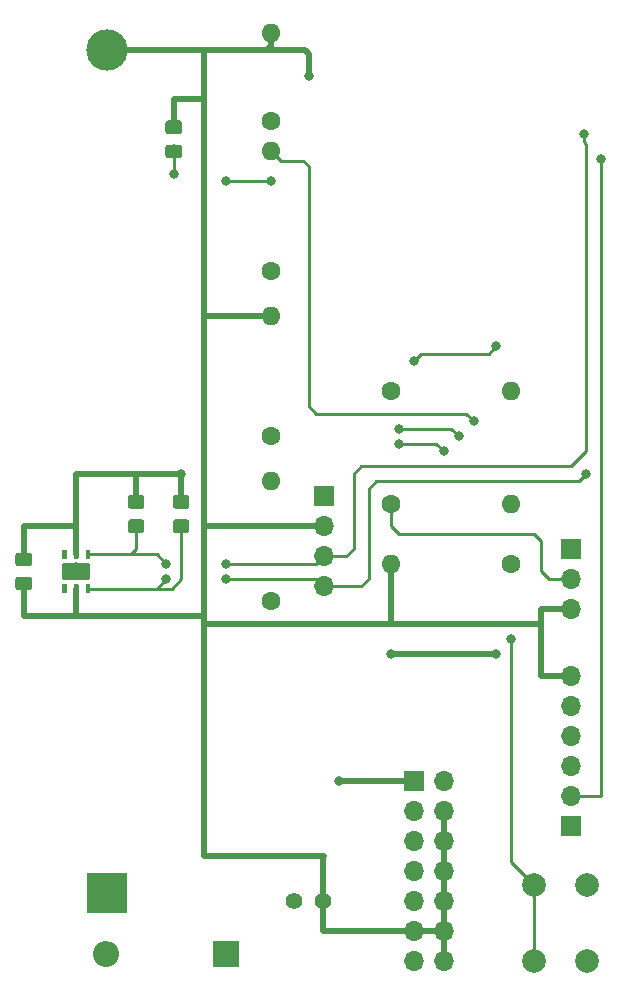
<source format=gbl>
G04 #@! TF.GenerationSoftware,KiCad,Pcbnew,(5.0.0-3-g5ebb6b6)*
G04 #@! TF.CreationDate,2018-08-01T17:04:44+02:00*
G04 #@! TF.ProjectId,esp32-sensornode,65737033322D73656E736F726E6F6465,rev?*
G04 #@! TF.SameCoordinates,Original*
G04 #@! TF.FileFunction,Copper,L2,Bot,Signal*
G04 #@! TF.FilePolarity,Positive*
%FSLAX46Y46*%
G04 Gerber Fmt 4.6, Leading zero omitted, Abs format (unit mm)*
G04 Created by KiCad (PCBNEW (5.0.0-3-g5ebb6b6)) date Wednesday, 01. August 2018 um 17:04:44*
%MOMM*%
%LPD*%
G01*
G04 APERTURE LIST*
G04 #@! TA.AperFunction,ComponentPad*
%ADD10C,3.500000*%
G04 #@! TD*
G04 #@! TA.AperFunction,ComponentPad*
%ADD11R,3.500000X3.500000*%
G04 #@! TD*
G04 #@! TA.AperFunction,ComponentPad*
%ADD12C,1.600000*%
G04 #@! TD*
G04 #@! TA.AperFunction,ComponentPad*
%ADD13O,1.600000X1.600000*%
G04 #@! TD*
G04 #@! TA.AperFunction,ComponentPad*
%ADD14C,1.400000*%
G04 #@! TD*
G04 #@! TA.AperFunction,ComponentPad*
%ADD15R,2.200000X2.200000*%
G04 #@! TD*
G04 #@! TA.AperFunction,ComponentPad*
%ADD16O,2.200000X2.200000*%
G04 #@! TD*
G04 #@! TA.AperFunction,ComponentPad*
%ADD17R,1.700000X1.700000*%
G04 #@! TD*
G04 #@! TA.AperFunction,ComponentPad*
%ADD18O,1.700000X1.700000*%
G04 #@! TD*
G04 #@! TA.AperFunction,Conductor*
%ADD19C,0.100000*%
G04 #@! TD*
G04 #@! TA.AperFunction,SMDPad,CuDef*
%ADD20C,1.500000*%
G04 #@! TD*
G04 #@! TA.AperFunction,SMDPad,CuDef*
%ADD21C,0.400000*%
G04 #@! TD*
G04 #@! TA.AperFunction,ComponentPad*
%ADD22C,2.000000*%
G04 #@! TD*
G04 #@! TA.AperFunction,SMDPad,CuDef*
%ADD23C,1.150000*%
G04 #@! TD*
G04 #@! TA.AperFunction,ViaPad*
%ADD24C,0.800000*%
G04 #@! TD*
G04 #@! TA.AperFunction,Conductor*
%ADD25C,0.500000*%
G04 #@! TD*
G04 #@! TA.AperFunction,Conductor*
%ADD26C,0.250000*%
G04 #@! TD*
G04 APERTURE END LIST*
D10*
G04 #@! TO.P,BT1,2*
G04 #@! TO.N,GND*
X189280000Y-53650000D03*
D11*
G04 #@! TO.P,BT1,1*
G04 #@! TO.N,Net-(BT1-Pad1)*
X189280000Y-125050000D03*
G04 #@! TD*
D12*
G04 #@! TO.P,C1,1*
G04 #@! TO.N,Net-(C1-Pad1)*
X203200000Y-59690000D03*
D13*
G04 #@! TO.P,C1,2*
G04 #@! TO.N,GND*
X203200000Y-52190000D03*
G04 #@! TD*
D14*
G04 #@! TO.P,C3,1*
G04 #@! TO.N,VCC*
X205105000Y-125730000D03*
G04 #@! TO.P,C3,2*
G04 #@! TO.N,GND*
X207605000Y-125730000D03*
G04 #@! TD*
D15*
G04 #@! TO.P,D1,1*
G04 #@! TO.N,VCC*
X199390000Y-130175000D03*
D16*
G04 #@! TO.P,D1,2*
G04 #@! TO.N,Net-(BT1-Pad1)*
X189230000Y-130175000D03*
G04 #@! TD*
D17*
G04 #@! TO.P,J2,1*
G04 #@! TO.N,Net-(J2-Pad1)*
X228600000Y-119380000D03*
D18*
G04 #@! TO.P,J2,2*
G04 #@! TO.N,/TX*
X228600000Y-116840000D03*
G04 #@! TO.P,J2,3*
G04 #@! TO.N,/RX*
X228600000Y-114300000D03*
G04 #@! TO.P,J2,4*
G04 #@! TO.N,Net-(J2-Pad4)*
X228600000Y-111760000D03*
G04 #@! TO.P,J2,5*
G04 #@! TO.N,Net-(J2-Pad5)*
X228600000Y-109220000D03*
G04 #@! TO.P,J2,6*
G04 #@! TO.N,GND*
X228600000Y-106680000D03*
G04 #@! TD*
D17*
G04 #@! TO.P,J3,1*
G04 #@! TO.N,VCC*
X207645000Y-91440000D03*
D18*
G04 #@! TO.P,J3,2*
G04 #@! TO.N,GND*
X207645000Y-93980000D03*
G04 #@! TO.P,J3,3*
G04 #@! TO.N,SCL*
X207645000Y-96520000D03*
G04 #@! TO.P,J3,4*
G04 #@! TO.N,SDA*
X207645000Y-99060000D03*
G04 #@! TD*
D17*
G04 #@! TO.P,J4,1*
G04 #@! TO.N,VCC*
X228600000Y-95885000D03*
D18*
G04 #@! TO.P,J4,2*
G04 #@! TO.N,Net-(J4-Pad2)*
X228600000Y-98425000D03*
G04 #@! TO.P,J4,3*
G04 #@! TO.N,GND*
X228600000Y-100965000D03*
G04 #@! TD*
D12*
G04 #@! TO.P,R1,1*
G04 #@! TO.N,VCC*
X203200000Y-72390000D03*
D13*
G04 #@! TO.P,R1,2*
G04 #@! TO.N,Net-(C1-Pad1)*
X203200000Y-62230000D03*
G04 #@! TD*
G04 #@! TO.P,R2,2*
G04 #@! TO.N,Net-(R2-Pad2)*
X223520000Y-82550000D03*
D12*
G04 #@! TO.P,R2,1*
G04 #@! TO.N,GND*
X213360000Y-82550000D03*
G04 #@! TD*
D13*
G04 #@! TO.P,R3,2*
G04 #@! TO.N,/BOOT*
X223520000Y-92075000D03*
D12*
G04 #@! TO.P,R3,1*
G04 #@! TO.N,Net-(J4-Pad2)*
X213360000Y-92075000D03*
G04 #@! TD*
G04 #@! TO.P,R6,1*
G04 #@! TO.N,VCC*
X203200000Y-100330000D03*
D13*
G04 #@! TO.P,R6,2*
G04 #@! TO.N,VCC_SENS*
X203200000Y-90170000D03*
G04 #@! TD*
D12*
G04 #@! TO.P,R7,1*
G04 #@! TO.N,VCC_SENS*
X203200000Y-86360000D03*
D13*
G04 #@! TO.P,R7,2*
G04 #@! TO.N,GND*
X203200000Y-76200000D03*
G04 #@! TD*
D19*
G04 #@! TO.N,Net-(U2-Pad7)*
G04 #@! TO.C,U2*
G36*
X187664504Y-97041204D02*
X187688773Y-97044804D01*
X187712571Y-97050765D01*
X187735671Y-97059030D01*
X187757849Y-97069520D01*
X187778893Y-97082133D01*
X187798598Y-97096747D01*
X187816777Y-97113223D01*
X187833253Y-97131402D01*
X187847867Y-97151107D01*
X187860480Y-97172151D01*
X187870970Y-97194329D01*
X187879235Y-97217429D01*
X187885196Y-97241227D01*
X187888796Y-97265496D01*
X187890000Y-97290000D01*
X187890000Y-98290000D01*
X187888796Y-98314504D01*
X187885196Y-98338773D01*
X187879235Y-98362571D01*
X187870970Y-98385671D01*
X187860480Y-98407849D01*
X187847867Y-98428893D01*
X187833253Y-98448598D01*
X187816777Y-98466777D01*
X187798598Y-98483253D01*
X187778893Y-98497867D01*
X187757849Y-98510480D01*
X187735671Y-98520970D01*
X187712571Y-98529235D01*
X187688773Y-98535196D01*
X187664504Y-98538796D01*
X187640000Y-98540000D01*
X185740000Y-98540000D01*
X185715496Y-98538796D01*
X185691227Y-98535196D01*
X185667429Y-98529235D01*
X185644329Y-98520970D01*
X185622151Y-98510480D01*
X185601107Y-98497867D01*
X185581402Y-98483253D01*
X185563223Y-98466777D01*
X185546747Y-98448598D01*
X185532133Y-98428893D01*
X185519520Y-98407849D01*
X185509030Y-98385671D01*
X185500765Y-98362571D01*
X185494804Y-98338773D01*
X185491204Y-98314504D01*
X185490000Y-98290000D01*
X185490000Y-97290000D01*
X185491204Y-97265496D01*
X185494804Y-97241227D01*
X185500765Y-97217429D01*
X185509030Y-97194329D01*
X185519520Y-97172151D01*
X185532133Y-97151107D01*
X185546747Y-97131402D01*
X185563223Y-97113223D01*
X185581402Y-97096747D01*
X185601107Y-97082133D01*
X185622151Y-97069520D01*
X185644329Y-97059030D01*
X185667429Y-97050765D01*
X185691227Y-97044804D01*
X185715496Y-97041204D01*
X185740000Y-97040000D01*
X187640000Y-97040000D01*
X187664504Y-97041204D01*
X187664504Y-97041204D01*
G37*
D20*
G04 #@! TD*
G04 #@! TO.P,U2,7*
G04 #@! TO.N,Net-(U2-Pad7)*
X186690000Y-97790000D03*
D19*
G04 #@! TO.N,SDA*
G04 #@! TO.C,U2*
G36*
X187799802Y-98840482D02*
X187809509Y-98841921D01*
X187819028Y-98844306D01*
X187828268Y-98847612D01*
X187837140Y-98851808D01*
X187845557Y-98856853D01*
X187853439Y-98862699D01*
X187860711Y-98869289D01*
X187867301Y-98876561D01*
X187873147Y-98884443D01*
X187878192Y-98892860D01*
X187882388Y-98901732D01*
X187885694Y-98910972D01*
X187888079Y-98920491D01*
X187889518Y-98930198D01*
X187890000Y-98940000D01*
X187890000Y-99540000D01*
X187889518Y-99549802D01*
X187888079Y-99559509D01*
X187885694Y-99569028D01*
X187882388Y-99578268D01*
X187878192Y-99587140D01*
X187873147Y-99595557D01*
X187867301Y-99603439D01*
X187860711Y-99610711D01*
X187853439Y-99617301D01*
X187845557Y-99623147D01*
X187837140Y-99628192D01*
X187828268Y-99632388D01*
X187819028Y-99635694D01*
X187809509Y-99638079D01*
X187799802Y-99639518D01*
X187790000Y-99640000D01*
X187590000Y-99640000D01*
X187580198Y-99639518D01*
X187570491Y-99638079D01*
X187560972Y-99635694D01*
X187551732Y-99632388D01*
X187542860Y-99628192D01*
X187534443Y-99623147D01*
X187526561Y-99617301D01*
X187519289Y-99610711D01*
X187512699Y-99603439D01*
X187506853Y-99595557D01*
X187501808Y-99587140D01*
X187497612Y-99578268D01*
X187494306Y-99569028D01*
X187491921Y-99559509D01*
X187490482Y-99549802D01*
X187490000Y-99540000D01*
X187490000Y-98940000D01*
X187490482Y-98930198D01*
X187491921Y-98920491D01*
X187494306Y-98910972D01*
X187497612Y-98901732D01*
X187501808Y-98892860D01*
X187506853Y-98884443D01*
X187512699Y-98876561D01*
X187519289Y-98869289D01*
X187526561Y-98862699D01*
X187534443Y-98856853D01*
X187542860Y-98851808D01*
X187551732Y-98847612D01*
X187560972Y-98844306D01*
X187570491Y-98841921D01*
X187580198Y-98840482D01*
X187590000Y-98840000D01*
X187790000Y-98840000D01*
X187799802Y-98840482D01*
X187799802Y-98840482D01*
G37*
D21*
G04 #@! TD*
G04 #@! TO.P,U2,1*
G04 #@! TO.N,SDA*
X187690000Y-99240000D03*
D19*
G04 #@! TO.N,GND*
G04 #@! TO.C,U2*
G36*
X186799802Y-98840482D02*
X186809509Y-98841921D01*
X186819028Y-98844306D01*
X186828268Y-98847612D01*
X186837140Y-98851808D01*
X186845557Y-98856853D01*
X186853439Y-98862699D01*
X186860711Y-98869289D01*
X186867301Y-98876561D01*
X186873147Y-98884443D01*
X186878192Y-98892860D01*
X186882388Y-98901732D01*
X186885694Y-98910972D01*
X186888079Y-98920491D01*
X186889518Y-98930198D01*
X186890000Y-98940000D01*
X186890000Y-99540000D01*
X186889518Y-99549802D01*
X186888079Y-99559509D01*
X186885694Y-99569028D01*
X186882388Y-99578268D01*
X186878192Y-99587140D01*
X186873147Y-99595557D01*
X186867301Y-99603439D01*
X186860711Y-99610711D01*
X186853439Y-99617301D01*
X186845557Y-99623147D01*
X186837140Y-99628192D01*
X186828268Y-99632388D01*
X186819028Y-99635694D01*
X186809509Y-99638079D01*
X186799802Y-99639518D01*
X186790000Y-99640000D01*
X186590000Y-99640000D01*
X186580198Y-99639518D01*
X186570491Y-99638079D01*
X186560972Y-99635694D01*
X186551732Y-99632388D01*
X186542860Y-99628192D01*
X186534443Y-99623147D01*
X186526561Y-99617301D01*
X186519289Y-99610711D01*
X186512699Y-99603439D01*
X186506853Y-99595557D01*
X186501808Y-99587140D01*
X186497612Y-99578268D01*
X186494306Y-99569028D01*
X186491921Y-99559509D01*
X186490482Y-99549802D01*
X186490000Y-99540000D01*
X186490000Y-98940000D01*
X186490482Y-98930198D01*
X186491921Y-98920491D01*
X186494306Y-98910972D01*
X186497612Y-98901732D01*
X186501808Y-98892860D01*
X186506853Y-98884443D01*
X186512699Y-98876561D01*
X186519289Y-98869289D01*
X186526561Y-98862699D01*
X186534443Y-98856853D01*
X186542860Y-98851808D01*
X186551732Y-98847612D01*
X186560972Y-98844306D01*
X186570491Y-98841921D01*
X186580198Y-98840482D01*
X186590000Y-98840000D01*
X186790000Y-98840000D01*
X186799802Y-98840482D01*
X186799802Y-98840482D01*
G37*
D21*
G04 #@! TD*
G04 #@! TO.P,U2,2*
G04 #@! TO.N,GND*
X186690000Y-99240000D03*
D19*
G04 #@! TO.N,Net-(U2-Pad3)*
G04 #@! TO.C,U2*
G36*
X185799802Y-98840482D02*
X185809509Y-98841921D01*
X185819028Y-98844306D01*
X185828268Y-98847612D01*
X185837140Y-98851808D01*
X185845557Y-98856853D01*
X185853439Y-98862699D01*
X185860711Y-98869289D01*
X185867301Y-98876561D01*
X185873147Y-98884443D01*
X185878192Y-98892860D01*
X185882388Y-98901732D01*
X185885694Y-98910972D01*
X185888079Y-98920491D01*
X185889518Y-98930198D01*
X185890000Y-98940000D01*
X185890000Y-99540000D01*
X185889518Y-99549802D01*
X185888079Y-99559509D01*
X185885694Y-99569028D01*
X185882388Y-99578268D01*
X185878192Y-99587140D01*
X185873147Y-99595557D01*
X185867301Y-99603439D01*
X185860711Y-99610711D01*
X185853439Y-99617301D01*
X185845557Y-99623147D01*
X185837140Y-99628192D01*
X185828268Y-99632388D01*
X185819028Y-99635694D01*
X185809509Y-99638079D01*
X185799802Y-99639518D01*
X185790000Y-99640000D01*
X185590000Y-99640000D01*
X185580198Y-99639518D01*
X185570491Y-99638079D01*
X185560972Y-99635694D01*
X185551732Y-99632388D01*
X185542860Y-99628192D01*
X185534443Y-99623147D01*
X185526561Y-99617301D01*
X185519289Y-99610711D01*
X185512699Y-99603439D01*
X185506853Y-99595557D01*
X185501808Y-99587140D01*
X185497612Y-99578268D01*
X185494306Y-99569028D01*
X185491921Y-99559509D01*
X185490482Y-99549802D01*
X185490000Y-99540000D01*
X185490000Y-98940000D01*
X185490482Y-98930198D01*
X185491921Y-98920491D01*
X185494306Y-98910972D01*
X185497612Y-98901732D01*
X185501808Y-98892860D01*
X185506853Y-98884443D01*
X185512699Y-98876561D01*
X185519289Y-98869289D01*
X185526561Y-98862699D01*
X185534443Y-98856853D01*
X185542860Y-98851808D01*
X185551732Y-98847612D01*
X185560972Y-98844306D01*
X185570491Y-98841921D01*
X185580198Y-98840482D01*
X185590000Y-98840000D01*
X185790000Y-98840000D01*
X185799802Y-98840482D01*
X185799802Y-98840482D01*
G37*
D21*
G04 #@! TD*
G04 #@! TO.P,U2,3*
G04 #@! TO.N,Net-(U2-Pad3)*
X185690000Y-99240000D03*
D19*
G04 #@! TO.N,Net-(U2-Pad4)*
G04 #@! TO.C,U2*
G36*
X185799802Y-95940482D02*
X185809509Y-95941921D01*
X185819028Y-95944306D01*
X185828268Y-95947612D01*
X185837140Y-95951808D01*
X185845557Y-95956853D01*
X185853439Y-95962699D01*
X185860711Y-95969289D01*
X185867301Y-95976561D01*
X185873147Y-95984443D01*
X185878192Y-95992860D01*
X185882388Y-96001732D01*
X185885694Y-96010972D01*
X185888079Y-96020491D01*
X185889518Y-96030198D01*
X185890000Y-96040000D01*
X185890000Y-96640000D01*
X185889518Y-96649802D01*
X185888079Y-96659509D01*
X185885694Y-96669028D01*
X185882388Y-96678268D01*
X185878192Y-96687140D01*
X185873147Y-96695557D01*
X185867301Y-96703439D01*
X185860711Y-96710711D01*
X185853439Y-96717301D01*
X185845557Y-96723147D01*
X185837140Y-96728192D01*
X185828268Y-96732388D01*
X185819028Y-96735694D01*
X185809509Y-96738079D01*
X185799802Y-96739518D01*
X185790000Y-96740000D01*
X185590000Y-96740000D01*
X185580198Y-96739518D01*
X185570491Y-96738079D01*
X185560972Y-96735694D01*
X185551732Y-96732388D01*
X185542860Y-96728192D01*
X185534443Y-96723147D01*
X185526561Y-96717301D01*
X185519289Y-96710711D01*
X185512699Y-96703439D01*
X185506853Y-96695557D01*
X185501808Y-96687140D01*
X185497612Y-96678268D01*
X185494306Y-96669028D01*
X185491921Y-96659509D01*
X185490482Y-96649802D01*
X185490000Y-96640000D01*
X185490000Y-96040000D01*
X185490482Y-96030198D01*
X185491921Y-96020491D01*
X185494306Y-96010972D01*
X185497612Y-96001732D01*
X185501808Y-95992860D01*
X185506853Y-95984443D01*
X185512699Y-95976561D01*
X185519289Y-95969289D01*
X185526561Y-95962699D01*
X185534443Y-95956853D01*
X185542860Y-95951808D01*
X185551732Y-95947612D01*
X185560972Y-95944306D01*
X185570491Y-95941921D01*
X185580198Y-95940482D01*
X185590000Y-95940000D01*
X185790000Y-95940000D01*
X185799802Y-95940482D01*
X185799802Y-95940482D01*
G37*
D21*
G04 #@! TD*
G04 #@! TO.P,U2,4*
G04 #@! TO.N,Net-(U2-Pad4)*
X185690000Y-96340000D03*
D19*
G04 #@! TO.N,VCC*
G04 #@! TO.C,U2*
G36*
X186799802Y-95940482D02*
X186809509Y-95941921D01*
X186819028Y-95944306D01*
X186828268Y-95947612D01*
X186837140Y-95951808D01*
X186845557Y-95956853D01*
X186853439Y-95962699D01*
X186860711Y-95969289D01*
X186867301Y-95976561D01*
X186873147Y-95984443D01*
X186878192Y-95992860D01*
X186882388Y-96001732D01*
X186885694Y-96010972D01*
X186888079Y-96020491D01*
X186889518Y-96030198D01*
X186890000Y-96040000D01*
X186890000Y-96640000D01*
X186889518Y-96649802D01*
X186888079Y-96659509D01*
X186885694Y-96669028D01*
X186882388Y-96678268D01*
X186878192Y-96687140D01*
X186873147Y-96695557D01*
X186867301Y-96703439D01*
X186860711Y-96710711D01*
X186853439Y-96717301D01*
X186845557Y-96723147D01*
X186837140Y-96728192D01*
X186828268Y-96732388D01*
X186819028Y-96735694D01*
X186809509Y-96738079D01*
X186799802Y-96739518D01*
X186790000Y-96740000D01*
X186590000Y-96740000D01*
X186580198Y-96739518D01*
X186570491Y-96738079D01*
X186560972Y-96735694D01*
X186551732Y-96732388D01*
X186542860Y-96728192D01*
X186534443Y-96723147D01*
X186526561Y-96717301D01*
X186519289Y-96710711D01*
X186512699Y-96703439D01*
X186506853Y-96695557D01*
X186501808Y-96687140D01*
X186497612Y-96678268D01*
X186494306Y-96669028D01*
X186491921Y-96659509D01*
X186490482Y-96649802D01*
X186490000Y-96640000D01*
X186490000Y-96040000D01*
X186490482Y-96030198D01*
X186491921Y-96020491D01*
X186494306Y-96010972D01*
X186497612Y-96001732D01*
X186501808Y-95992860D01*
X186506853Y-95984443D01*
X186512699Y-95976561D01*
X186519289Y-95969289D01*
X186526561Y-95962699D01*
X186534443Y-95956853D01*
X186542860Y-95951808D01*
X186551732Y-95947612D01*
X186560972Y-95944306D01*
X186570491Y-95941921D01*
X186580198Y-95940482D01*
X186590000Y-95940000D01*
X186790000Y-95940000D01*
X186799802Y-95940482D01*
X186799802Y-95940482D01*
G37*
D21*
G04 #@! TD*
G04 #@! TO.P,U2,5*
G04 #@! TO.N,VCC*
X186690000Y-96340000D03*
D19*
G04 #@! TO.N,SCL*
G04 #@! TO.C,U2*
G36*
X187799802Y-95940482D02*
X187809509Y-95941921D01*
X187819028Y-95944306D01*
X187828268Y-95947612D01*
X187837140Y-95951808D01*
X187845557Y-95956853D01*
X187853439Y-95962699D01*
X187860711Y-95969289D01*
X187867301Y-95976561D01*
X187873147Y-95984443D01*
X187878192Y-95992860D01*
X187882388Y-96001732D01*
X187885694Y-96010972D01*
X187888079Y-96020491D01*
X187889518Y-96030198D01*
X187890000Y-96040000D01*
X187890000Y-96640000D01*
X187889518Y-96649802D01*
X187888079Y-96659509D01*
X187885694Y-96669028D01*
X187882388Y-96678268D01*
X187878192Y-96687140D01*
X187873147Y-96695557D01*
X187867301Y-96703439D01*
X187860711Y-96710711D01*
X187853439Y-96717301D01*
X187845557Y-96723147D01*
X187837140Y-96728192D01*
X187828268Y-96732388D01*
X187819028Y-96735694D01*
X187809509Y-96738079D01*
X187799802Y-96739518D01*
X187790000Y-96740000D01*
X187590000Y-96740000D01*
X187580198Y-96739518D01*
X187570491Y-96738079D01*
X187560972Y-96735694D01*
X187551732Y-96732388D01*
X187542860Y-96728192D01*
X187534443Y-96723147D01*
X187526561Y-96717301D01*
X187519289Y-96710711D01*
X187512699Y-96703439D01*
X187506853Y-96695557D01*
X187501808Y-96687140D01*
X187497612Y-96678268D01*
X187494306Y-96669028D01*
X187491921Y-96659509D01*
X187490482Y-96649802D01*
X187490000Y-96640000D01*
X187490000Y-96040000D01*
X187490482Y-96030198D01*
X187491921Y-96020491D01*
X187494306Y-96010972D01*
X187497612Y-96001732D01*
X187501808Y-95992860D01*
X187506853Y-95984443D01*
X187512699Y-95976561D01*
X187519289Y-95969289D01*
X187526561Y-95962699D01*
X187534443Y-95956853D01*
X187542860Y-95951808D01*
X187551732Y-95947612D01*
X187560972Y-95944306D01*
X187570491Y-95941921D01*
X187580198Y-95940482D01*
X187590000Y-95940000D01*
X187790000Y-95940000D01*
X187799802Y-95940482D01*
X187799802Y-95940482D01*
G37*
D21*
G04 #@! TD*
G04 #@! TO.P,U2,6*
G04 #@! TO.N,SCL*
X187690000Y-96340000D03*
D22*
G04 #@! TO.P,SW1,2*
G04 #@! TO.N,Net-(C1-Pad1)*
X229925000Y-130810000D03*
G04 #@! TO.P,SW1,1*
G04 #@! TO.N,Net-(R8-Pad1)*
X225425000Y-130810000D03*
G04 #@! TO.P,SW1,2*
G04 #@! TO.N,Net-(C1-Pad1)*
X229925000Y-124310000D03*
G04 #@! TO.P,SW1,1*
G04 #@! TO.N,Net-(R8-Pad1)*
X225425000Y-124310000D03*
G04 #@! TD*
D12*
G04 #@! TO.P,R8,1*
G04 #@! TO.N,Net-(R8-Pad1)*
X223520000Y-97155000D03*
D13*
G04 #@! TO.P,R8,2*
G04 #@! TO.N,GND*
X213360000Y-97155000D03*
G04 #@! TD*
D19*
G04 #@! TO.N,VCC_SENS*
G04 #@! TO.C,C4*
G36*
X195419505Y-61656204D02*
X195443773Y-61659804D01*
X195467572Y-61665765D01*
X195490671Y-61674030D01*
X195512850Y-61684520D01*
X195533893Y-61697132D01*
X195553599Y-61711747D01*
X195571777Y-61728223D01*
X195588253Y-61746401D01*
X195602868Y-61766107D01*
X195615480Y-61787150D01*
X195625970Y-61809329D01*
X195634235Y-61832428D01*
X195640196Y-61856227D01*
X195643796Y-61880495D01*
X195645000Y-61904999D01*
X195645000Y-62555001D01*
X195643796Y-62579505D01*
X195640196Y-62603773D01*
X195634235Y-62627572D01*
X195625970Y-62650671D01*
X195615480Y-62672850D01*
X195602868Y-62693893D01*
X195588253Y-62713599D01*
X195571777Y-62731777D01*
X195553599Y-62748253D01*
X195533893Y-62762868D01*
X195512850Y-62775480D01*
X195490671Y-62785970D01*
X195467572Y-62794235D01*
X195443773Y-62800196D01*
X195419505Y-62803796D01*
X195395001Y-62805000D01*
X194494999Y-62805000D01*
X194470495Y-62803796D01*
X194446227Y-62800196D01*
X194422428Y-62794235D01*
X194399329Y-62785970D01*
X194377150Y-62775480D01*
X194356107Y-62762868D01*
X194336401Y-62748253D01*
X194318223Y-62731777D01*
X194301747Y-62713599D01*
X194287132Y-62693893D01*
X194274520Y-62672850D01*
X194264030Y-62650671D01*
X194255765Y-62627572D01*
X194249804Y-62603773D01*
X194246204Y-62579505D01*
X194245000Y-62555001D01*
X194245000Y-61904999D01*
X194246204Y-61880495D01*
X194249804Y-61856227D01*
X194255765Y-61832428D01*
X194264030Y-61809329D01*
X194274520Y-61787150D01*
X194287132Y-61766107D01*
X194301747Y-61746401D01*
X194318223Y-61728223D01*
X194336401Y-61711747D01*
X194356107Y-61697132D01*
X194377150Y-61684520D01*
X194399329Y-61674030D01*
X194422428Y-61665765D01*
X194446227Y-61659804D01*
X194470495Y-61656204D01*
X194494999Y-61655000D01*
X195395001Y-61655000D01*
X195419505Y-61656204D01*
X195419505Y-61656204D01*
G37*
D23*
G04 #@! TD*
G04 #@! TO.P,C4,1*
G04 #@! TO.N,VCC_SENS*
X194945000Y-62230000D03*
D19*
G04 #@! TO.N,GND*
G04 #@! TO.C,C4*
G36*
X195419505Y-59606204D02*
X195443773Y-59609804D01*
X195467572Y-59615765D01*
X195490671Y-59624030D01*
X195512850Y-59634520D01*
X195533893Y-59647132D01*
X195553599Y-59661747D01*
X195571777Y-59678223D01*
X195588253Y-59696401D01*
X195602868Y-59716107D01*
X195615480Y-59737150D01*
X195625970Y-59759329D01*
X195634235Y-59782428D01*
X195640196Y-59806227D01*
X195643796Y-59830495D01*
X195645000Y-59854999D01*
X195645000Y-60505001D01*
X195643796Y-60529505D01*
X195640196Y-60553773D01*
X195634235Y-60577572D01*
X195625970Y-60600671D01*
X195615480Y-60622850D01*
X195602868Y-60643893D01*
X195588253Y-60663599D01*
X195571777Y-60681777D01*
X195553599Y-60698253D01*
X195533893Y-60712868D01*
X195512850Y-60725480D01*
X195490671Y-60735970D01*
X195467572Y-60744235D01*
X195443773Y-60750196D01*
X195419505Y-60753796D01*
X195395001Y-60755000D01*
X194494999Y-60755000D01*
X194470495Y-60753796D01*
X194446227Y-60750196D01*
X194422428Y-60744235D01*
X194399329Y-60735970D01*
X194377150Y-60725480D01*
X194356107Y-60712868D01*
X194336401Y-60698253D01*
X194318223Y-60681777D01*
X194301747Y-60663599D01*
X194287132Y-60643893D01*
X194274520Y-60622850D01*
X194264030Y-60600671D01*
X194255765Y-60577572D01*
X194249804Y-60553773D01*
X194246204Y-60529505D01*
X194245000Y-60505001D01*
X194245000Y-59854999D01*
X194246204Y-59830495D01*
X194249804Y-59806227D01*
X194255765Y-59782428D01*
X194264030Y-59759329D01*
X194274520Y-59737150D01*
X194287132Y-59716107D01*
X194301747Y-59696401D01*
X194318223Y-59678223D01*
X194336401Y-59661747D01*
X194356107Y-59647132D01*
X194377150Y-59634520D01*
X194399329Y-59624030D01*
X194422428Y-59615765D01*
X194446227Y-59609804D01*
X194470495Y-59606204D01*
X194494999Y-59605000D01*
X195395001Y-59605000D01*
X195419505Y-59606204D01*
X195419505Y-59606204D01*
G37*
D23*
G04 #@! TD*
G04 #@! TO.P,C4,2*
G04 #@! TO.N,GND*
X194945000Y-60180000D03*
D19*
G04 #@! TO.N,VCC*
G04 #@! TO.C,C2*
G36*
X182719505Y-96191204D02*
X182743773Y-96194804D01*
X182767572Y-96200765D01*
X182790671Y-96209030D01*
X182812850Y-96219520D01*
X182833893Y-96232132D01*
X182853599Y-96246747D01*
X182871777Y-96263223D01*
X182888253Y-96281401D01*
X182902868Y-96301107D01*
X182915480Y-96322150D01*
X182925970Y-96344329D01*
X182934235Y-96367428D01*
X182940196Y-96391227D01*
X182943796Y-96415495D01*
X182945000Y-96439999D01*
X182945000Y-97090001D01*
X182943796Y-97114505D01*
X182940196Y-97138773D01*
X182934235Y-97162572D01*
X182925970Y-97185671D01*
X182915480Y-97207850D01*
X182902868Y-97228893D01*
X182888253Y-97248599D01*
X182871777Y-97266777D01*
X182853599Y-97283253D01*
X182833893Y-97297868D01*
X182812850Y-97310480D01*
X182790671Y-97320970D01*
X182767572Y-97329235D01*
X182743773Y-97335196D01*
X182719505Y-97338796D01*
X182695001Y-97340000D01*
X181794999Y-97340000D01*
X181770495Y-97338796D01*
X181746227Y-97335196D01*
X181722428Y-97329235D01*
X181699329Y-97320970D01*
X181677150Y-97310480D01*
X181656107Y-97297868D01*
X181636401Y-97283253D01*
X181618223Y-97266777D01*
X181601747Y-97248599D01*
X181587132Y-97228893D01*
X181574520Y-97207850D01*
X181564030Y-97185671D01*
X181555765Y-97162572D01*
X181549804Y-97138773D01*
X181546204Y-97114505D01*
X181545000Y-97090001D01*
X181545000Y-96439999D01*
X181546204Y-96415495D01*
X181549804Y-96391227D01*
X181555765Y-96367428D01*
X181564030Y-96344329D01*
X181574520Y-96322150D01*
X181587132Y-96301107D01*
X181601747Y-96281401D01*
X181618223Y-96263223D01*
X181636401Y-96246747D01*
X181656107Y-96232132D01*
X181677150Y-96219520D01*
X181699329Y-96209030D01*
X181722428Y-96200765D01*
X181746227Y-96194804D01*
X181770495Y-96191204D01*
X181794999Y-96190000D01*
X182695001Y-96190000D01*
X182719505Y-96191204D01*
X182719505Y-96191204D01*
G37*
D23*
G04 #@! TD*
G04 #@! TO.P,C2,1*
G04 #@! TO.N,VCC*
X182245000Y-96765000D03*
D19*
G04 #@! TO.N,GND*
G04 #@! TO.C,C2*
G36*
X182719505Y-98241204D02*
X182743773Y-98244804D01*
X182767572Y-98250765D01*
X182790671Y-98259030D01*
X182812850Y-98269520D01*
X182833893Y-98282132D01*
X182853599Y-98296747D01*
X182871777Y-98313223D01*
X182888253Y-98331401D01*
X182902868Y-98351107D01*
X182915480Y-98372150D01*
X182925970Y-98394329D01*
X182934235Y-98417428D01*
X182940196Y-98441227D01*
X182943796Y-98465495D01*
X182945000Y-98489999D01*
X182945000Y-99140001D01*
X182943796Y-99164505D01*
X182940196Y-99188773D01*
X182934235Y-99212572D01*
X182925970Y-99235671D01*
X182915480Y-99257850D01*
X182902868Y-99278893D01*
X182888253Y-99298599D01*
X182871777Y-99316777D01*
X182853599Y-99333253D01*
X182833893Y-99347868D01*
X182812850Y-99360480D01*
X182790671Y-99370970D01*
X182767572Y-99379235D01*
X182743773Y-99385196D01*
X182719505Y-99388796D01*
X182695001Y-99390000D01*
X181794999Y-99390000D01*
X181770495Y-99388796D01*
X181746227Y-99385196D01*
X181722428Y-99379235D01*
X181699329Y-99370970D01*
X181677150Y-99360480D01*
X181656107Y-99347868D01*
X181636401Y-99333253D01*
X181618223Y-99316777D01*
X181601747Y-99298599D01*
X181587132Y-99278893D01*
X181574520Y-99257850D01*
X181564030Y-99235671D01*
X181555765Y-99212572D01*
X181549804Y-99188773D01*
X181546204Y-99164505D01*
X181545000Y-99140001D01*
X181545000Y-98489999D01*
X181546204Y-98465495D01*
X181549804Y-98441227D01*
X181555765Y-98417428D01*
X181564030Y-98394329D01*
X181574520Y-98372150D01*
X181587132Y-98351107D01*
X181601747Y-98331401D01*
X181618223Y-98313223D01*
X181636401Y-98296747D01*
X181656107Y-98282132D01*
X181677150Y-98269520D01*
X181699329Y-98259030D01*
X181722428Y-98250765D01*
X181746227Y-98244804D01*
X181770495Y-98241204D01*
X181794999Y-98240000D01*
X182695001Y-98240000D01*
X182719505Y-98241204D01*
X182719505Y-98241204D01*
G37*
D23*
G04 #@! TD*
G04 #@! TO.P,C2,2*
G04 #@! TO.N,GND*
X182245000Y-98815000D03*
D17*
G04 #@! TO.P,J1,1*
G04 #@! TO.N,VCC*
X215265000Y-115570000D03*
D18*
G04 #@! TO.P,J1,2*
G04 #@! TO.N,Net-(J1-Pad2)*
X217805000Y-115570000D03*
G04 #@! TO.P,J1,3*
G04 #@! TO.N,Net-(C1-Pad1)*
X215265000Y-118110000D03*
G04 #@! TO.P,J1,4*
G04 #@! TO.N,GND*
X217805000Y-118110000D03*
G04 #@! TO.P,J1,5*
G04 #@! TO.N,Net-(J1-Pad5)*
X215265000Y-120650000D03*
G04 #@! TO.P,J1,6*
G04 #@! TO.N,GND*
X217805000Y-120650000D03*
G04 #@! TO.P,J1,7*
G04 #@! TO.N,Net-(J1-Pad7)*
X215265000Y-123190000D03*
G04 #@! TO.P,J1,8*
G04 #@! TO.N,GND*
X217805000Y-123190000D03*
G04 #@! TO.P,J1,9*
G04 #@! TO.N,Net-(J1-Pad9)*
X215265000Y-125730000D03*
G04 #@! TO.P,J1,10*
G04 #@! TO.N,GND*
X217805000Y-125730000D03*
G04 #@! TO.P,J1,11*
X215265000Y-128270000D03*
G04 #@! TO.P,J1,12*
X217805000Y-128270000D03*
G04 #@! TO.P,J1,13*
G04 #@! TO.N,Net-(J1-Pad13)*
X215265000Y-130810000D03*
G04 #@! TO.P,J1,14*
G04 #@! TO.N,GND*
X217805000Y-130810000D03*
G04 #@! TD*
D19*
G04 #@! TO.N,SCL*
G04 #@! TO.C,R4*
G36*
X192244505Y-93378704D02*
X192268773Y-93382304D01*
X192292572Y-93388265D01*
X192315671Y-93396530D01*
X192337850Y-93407020D01*
X192358893Y-93419632D01*
X192378599Y-93434247D01*
X192396777Y-93450723D01*
X192413253Y-93468901D01*
X192427868Y-93488607D01*
X192440480Y-93509650D01*
X192450970Y-93531829D01*
X192459235Y-93554928D01*
X192465196Y-93578727D01*
X192468796Y-93602995D01*
X192470000Y-93627499D01*
X192470000Y-94277501D01*
X192468796Y-94302005D01*
X192465196Y-94326273D01*
X192459235Y-94350072D01*
X192450970Y-94373171D01*
X192440480Y-94395350D01*
X192427868Y-94416393D01*
X192413253Y-94436099D01*
X192396777Y-94454277D01*
X192378599Y-94470753D01*
X192358893Y-94485368D01*
X192337850Y-94497980D01*
X192315671Y-94508470D01*
X192292572Y-94516735D01*
X192268773Y-94522696D01*
X192244505Y-94526296D01*
X192220001Y-94527500D01*
X191319999Y-94527500D01*
X191295495Y-94526296D01*
X191271227Y-94522696D01*
X191247428Y-94516735D01*
X191224329Y-94508470D01*
X191202150Y-94497980D01*
X191181107Y-94485368D01*
X191161401Y-94470753D01*
X191143223Y-94454277D01*
X191126747Y-94436099D01*
X191112132Y-94416393D01*
X191099520Y-94395350D01*
X191089030Y-94373171D01*
X191080765Y-94350072D01*
X191074804Y-94326273D01*
X191071204Y-94302005D01*
X191070000Y-94277501D01*
X191070000Y-93627499D01*
X191071204Y-93602995D01*
X191074804Y-93578727D01*
X191080765Y-93554928D01*
X191089030Y-93531829D01*
X191099520Y-93509650D01*
X191112132Y-93488607D01*
X191126747Y-93468901D01*
X191143223Y-93450723D01*
X191161401Y-93434247D01*
X191181107Y-93419632D01*
X191202150Y-93407020D01*
X191224329Y-93396530D01*
X191247428Y-93388265D01*
X191271227Y-93382304D01*
X191295495Y-93378704D01*
X191319999Y-93377500D01*
X192220001Y-93377500D01*
X192244505Y-93378704D01*
X192244505Y-93378704D01*
G37*
D23*
G04 #@! TD*
G04 #@! TO.P,R4,2*
G04 #@! TO.N,SCL*
X191770000Y-93952500D03*
D19*
G04 #@! TO.N,VCC*
G04 #@! TO.C,R4*
G36*
X192244505Y-91328704D02*
X192268773Y-91332304D01*
X192292572Y-91338265D01*
X192315671Y-91346530D01*
X192337850Y-91357020D01*
X192358893Y-91369632D01*
X192378599Y-91384247D01*
X192396777Y-91400723D01*
X192413253Y-91418901D01*
X192427868Y-91438607D01*
X192440480Y-91459650D01*
X192450970Y-91481829D01*
X192459235Y-91504928D01*
X192465196Y-91528727D01*
X192468796Y-91552995D01*
X192470000Y-91577499D01*
X192470000Y-92227501D01*
X192468796Y-92252005D01*
X192465196Y-92276273D01*
X192459235Y-92300072D01*
X192450970Y-92323171D01*
X192440480Y-92345350D01*
X192427868Y-92366393D01*
X192413253Y-92386099D01*
X192396777Y-92404277D01*
X192378599Y-92420753D01*
X192358893Y-92435368D01*
X192337850Y-92447980D01*
X192315671Y-92458470D01*
X192292572Y-92466735D01*
X192268773Y-92472696D01*
X192244505Y-92476296D01*
X192220001Y-92477500D01*
X191319999Y-92477500D01*
X191295495Y-92476296D01*
X191271227Y-92472696D01*
X191247428Y-92466735D01*
X191224329Y-92458470D01*
X191202150Y-92447980D01*
X191181107Y-92435368D01*
X191161401Y-92420753D01*
X191143223Y-92404277D01*
X191126747Y-92386099D01*
X191112132Y-92366393D01*
X191099520Y-92345350D01*
X191089030Y-92323171D01*
X191080765Y-92300072D01*
X191074804Y-92276273D01*
X191071204Y-92252005D01*
X191070000Y-92227501D01*
X191070000Y-91577499D01*
X191071204Y-91552995D01*
X191074804Y-91528727D01*
X191080765Y-91504928D01*
X191089030Y-91481829D01*
X191099520Y-91459650D01*
X191112132Y-91438607D01*
X191126747Y-91418901D01*
X191143223Y-91400723D01*
X191161401Y-91384247D01*
X191181107Y-91369632D01*
X191202150Y-91357020D01*
X191224329Y-91346530D01*
X191247428Y-91338265D01*
X191271227Y-91332304D01*
X191295495Y-91328704D01*
X191319999Y-91327500D01*
X192220001Y-91327500D01*
X192244505Y-91328704D01*
X192244505Y-91328704D01*
G37*
D23*
G04 #@! TD*
G04 #@! TO.P,R4,1*
G04 #@! TO.N,VCC*
X191770000Y-91902500D03*
D19*
G04 #@! TO.N,VCC*
G04 #@! TO.C,R5*
G36*
X196054505Y-91328704D02*
X196078773Y-91332304D01*
X196102572Y-91338265D01*
X196125671Y-91346530D01*
X196147850Y-91357020D01*
X196168893Y-91369632D01*
X196188599Y-91384247D01*
X196206777Y-91400723D01*
X196223253Y-91418901D01*
X196237868Y-91438607D01*
X196250480Y-91459650D01*
X196260970Y-91481829D01*
X196269235Y-91504928D01*
X196275196Y-91528727D01*
X196278796Y-91552995D01*
X196280000Y-91577499D01*
X196280000Y-92227501D01*
X196278796Y-92252005D01*
X196275196Y-92276273D01*
X196269235Y-92300072D01*
X196260970Y-92323171D01*
X196250480Y-92345350D01*
X196237868Y-92366393D01*
X196223253Y-92386099D01*
X196206777Y-92404277D01*
X196188599Y-92420753D01*
X196168893Y-92435368D01*
X196147850Y-92447980D01*
X196125671Y-92458470D01*
X196102572Y-92466735D01*
X196078773Y-92472696D01*
X196054505Y-92476296D01*
X196030001Y-92477500D01*
X195129999Y-92477500D01*
X195105495Y-92476296D01*
X195081227Y-92472696D01*
X195057428Y-92466735D01*
X195034329Y-92458470D01*
X195012150Y-92447980D01*
X194991107Y-92435368D01*
X194971401Y-92420753D01*
X194953223Y-92404277D01*
X194936747Y-92386099D01*
X194922132Y-92366393D01*
X194909520Y-92345350D01*
X194899030Y-92323171D01*
X194890765Y-92300072D01*
X194884804Y-92276273D01*
X194881204Y-92252005D01*
X194880000Y-92227501D01*
X194880000Y-91577499D01*
X194881204Y-91552995D01*
X194884804Y-91528727D01*
X194890765Y-91504928D01*
X194899030Y-91481829D01*
X194909520Y-91459650D01*
X194922132Y-91438607D01*
X194936747Y-91418901D01*
X194953223Y-91400723D01*
X194971401Y-91384247D01*
X194991107Y-91369632D01*
X195012150Y-91357020D01*
X195034329Y-91346530D01*
X195057428Y-91338265D01*
X195081227Y-91332304D01*
X195105495Y-91328704D01*
X195129999Y-91327500D01*
X196030001Y-91327500D01*
X196054505Y-91328704D01*
X196054505Y-91328704D01*
G37*
D23*
G04 #@! TD*
G04 #@! TO.P,R5,1*
G04 #@! TO.N,VCC*
X195580000Y-91902500D03*
D19*
G04 #@! TO.N,SDA*
G04 #@! TO.C,R5*
G36*
X196054505Y-93378704D02*
X196078773Y-93382304D01*
X196102572Y-93388265D01*
X196125671Y-93396530D01*
X196147850Y-93407020D01*
X196168893Y-93419632D01*
X196188599Y-93434247D01*
X196206777Y-93450723D01*
X196223253Y-93468901D01*
X196237868Y-93488607D01*
X196250480Y-93509650D01*
X196260970Y-93531829D01*
X196269235Y-93554928D01*
X196275196Y-93578727D01*
X196278796Y-93602995D01*
X196280000Y-93627499D01*
X196280000Y-94277501D01*
X196278796Y-94302005D01*
X196275196Y-94326273D01*
X196269235Y-94350072D01*
X196260970Y-94373171D01*
X196250480Y-94395350D01*
X196237868Y-94416393D01*
X196223253Y-94436099D01*
X196206777Y-94454277D01*
X196188599Y-94470753D01*
X196168893Y-94485368D01*
X196147850Y-94497980D01*
X196125671Y-94508470D01*
X196102572Y-94516735D01*
X196078773Y-94522696D01*
X196054505Y-94526296D01*
X196030001Y-94527500D01*
X195129999Y-94527500D01*
X195105495Y-94526296D01*
X195081227Y-94522696D01*
X195057428Y-94516735D01*
X195034329Y-94508470D01*
X195012150Y-94497980D01*
X194991107Y-94485368D01*
X194971401Y-94470753D01*
X194953223Y-94454277D01*
X194936747Y-94436099D01*
X194922132Y-94416393D01*
X194909520Y-94395350D01*
X194899030Y-94373171D01*
X194890765Y-94350072D01*
X194884804Y-94326273D01*
X194881204Y-94302005D01*
X194880000Y-94277501D01*
X194880000Y-93627499D01*
X194881204Y-93602995D01*
X194884804Y-93578727D01*
X194890765Y-93554928D01*
X194899030Y-93531829D01*
X194909520Y-93509650D01*
X194922132Y-93488607D01*
X194936747Y-93468901D01*
X194953223Y-93450723D01*
X194971401Y-93434247D01*
X194991107Y-93419632D01*
X195012150Y-93407020D01*
X195034329Y-93396530D01*
X195057428Y-93388265D01*
X195081227Y-93382304D01*
X195105495Y-93378704D01*
X195129999Y-93377500D01*
X196030001Y-93377500D01*
X196054505Y-93378704D01*
X196054505Y-93378704D01*
G37*
D23*
G04 #@! TD*
G04 #@! TO.P,R5,2*
G04 #@! TO.N,SDA*
X195580000Y-93952500D03*
D24*
G04 #@! TO.N,GND*
X206375000Y-55880000D03*
G04 #@! TO.N,Net-(C1-Pad1)*
X220345000Y-85090000D03*
G04 #@! TO.N,VCC*
X195580000Y-89535000D03*
X222250000Y-104775000D03*
X213360000Y-104775000D03*
X208915000Y-115570000D03*
G04 #@! TO.N,Net-(J1-Pad5)*
X213995000Y-85725000D03*
X219075000Y-86360000D03*
G04 #@! TO.N,Net-(J1-Pad7)*
X213995000Y-86995000D03*
X217805000Y-87630000D03*
G04 #@! TO.N,Net-(J1-Pad13)*
X222250000Y-78740000D03*
X215265000Y-80010000D03*
G04 #@! TO.N,VCC_SENS*
X203200000Y-64770000D03*
X199390000Y-64770000D03*
X194945000Y-64135000D03*
G04 #@! TO.N,/TX*
X231140000Y-62865000D03*
G04 #@! TO.N,Net-(R8-Pad1)*
X223520000Y-103505000D03*
G04 #@! TO.N,SCL*
X194310000Y-97155000D03*
X199390000Y-97155000D03*
X229700000Y-60790000D03*
G04 #@! TO.N,SDA*
X194310000Y-98425000D03*
X199390000Y-98425000D03*
X229870000Y-89535000D03*
G04 #@! TD*
D25*
G04 #@! TO.N,GND*
X207645000Y-93980000D02*
X197839999Y-93980000D01*
X207010000Y-102235000D02*
X207010000Y-102235000D01*
X215265000Y-128270000D02*
X217805000Y-128270000D01*
X217805000Y-128270000D02*
X217805000Y-130810000D01*
X217805000Y-128270000D02*
X217805000Y-125730000D01*
X217805000Y-125730000D02*
X217805000Y-123190000D01*
X217805000Y-123190000D02*
X217805000Y-120650000D01*
X217805000Y-120650000D02*
X217805000Y-118110000D01*
X213360000Y-102235000D02*
X213360000Y-97155000D01*
X197839999Y-102235000D02*
X213360000Y-102235000D01*
X225425000Y-102235000D02*
X213360000Y-102235000D01*
X226060000Y-100965000D02*
X228600000Y-100965000D01*
X226060000Y-102235000D02*
X225425000Y-102235000D01*
X226060000Y-106680000D02*
X226060000Y-102235000D01*
X226060000Y-102235000D02*
X226060000Y-100965000D01*
X228600000Y-106680000D02*
X226060000Y-106680000D01*
X189280000Y-53650000D02*
X197485000Y-53650000D01*
X197485000Y-53650000D02*
X197485000Y-57785000D01*
X197485000Y-76200000D02*
X203200000Y-76200000D01*
X197485000Y-57785000D02*
X197485000Y-76200000D01*
X197485000Y-76200000D02*
X197485000Y-93980000D01*
X197485000Y-93980000D02*
X197839999Y-93980000D01*
X197839999Y-102235000D02*
X197485000Y-102235000D01*
X182245000Y-98815000D02*
X182245000Y-101600000D01*
X182245000Y-101600000D02*
X186690000Y-101600000D01*
X186690000Y-101600000D02*
X186690000Y-99240000D01*
X186690000Y-101600000D02*
X197485000Y-101600000D01*
X197485000Y-101600000D02*
X197485000Y-102235000D01*
X197485000Y-93980000D02*
X197485000Y-101600000D01*
X197485000Y-57785000D02*
X194945000Y-57785000D01*
X194945000Y-57785000D02*
X194945000Y-60180000D01*
X197485000Y-53650000D02*
X202875000Y-53650000D01*
X203200000Y-53325000D02*
X203200000Y-52190000D01*
X202875000Y-53650000D02*
X203200000Y-53325000D01*
X202875000Y-53650000D02*
X206050000Y-53650000D01*
X206050000Y-53650000D02*
X206375000Y-53975000D01*
X206375000Y-53975000D02*
X206375000Y-55880000D01*
X206375000Y-55880000D02*
X206375000Y-55880000D01*
X215265000Y-128270000D02*
X207645000Y-128270000D01*
X207605000Y-128230000D02*
X207605000Y-125730000D01*
X207645000Y-128270000D02*
X207605000Y-128230000D01*
X197485000Y-102235000D02*
X197485000Y-121920000D01*
X197485000Y-121920000D02*
X207645000Y-121920000D01*
X207605000Y-121960000D02*
X207605000Y-125730000D01*
X207645000Y-121920000D02*
X207605000Y-121960000D01*
D26*
G04 #@! TO.N,Net-(C1-Pad1)*
X206375000Y-63500000D02*
X206375000Y-82550000D01*
X203999999Y-63029999D02*
X205904999Y-63029999D01*
X205904999Y-63029999D02*
X206375000Y-63500000D01*
X203200000Y-62230000D02*
X203999999Y-63029999D01*
X206375000Y-82550000D02*
X206375000Y-83820000D01*
X206375000Y-83820000D02*
X207010000Y-84455000D01*
X207010000Y-84455000D02*
X217805000Y-84455000D01*
X217805000Y-84455000D02*
X219710000Y-84455000D01*
X219710000Y-84455000D02*
X220345000Y-85090000D01*
X220345000Y-85090000D02*
X220345000Y-85090000D01*
D25*
G04 #@! TO.N,VCC*
X195580000Y-89535000D02*
X195580000Y-89535000D01*
X213360000Y-104775000D02*
X222250000Y-104775000D01*
X215265000Y-115570000D02*
X208915000Y-115570000D01*
X195580000Y-89535000D02*
X195580000Y-91902500D01*
X195580000Y-89535000D02*
X191770000Y-89535000D01*
X191770000Y-89535000D02*
X191770000Y-91902500D01*
X186690000Y-96340000D02*
X186690000Y-93980000D01*
X186690000Y-93980000D02*
X182245000Y-93980000D01*
X182245000Y-93980000D02*
X182245000Y-96765000D01*
X186690000Y-93980000D02*
X186690000Y-89535000D01*
X191770000Y-89535000D02*
X186690000Y-89535000D01*
D26*
G04 #@! TO.N,Net-(J1-Pad5)*
X213995000Y-85725000D02*
X217170000Y-85725000D01*
X217170000Y-85725000D02*
X218440000Y-85725000D01*
X218440000Y-85725000D02*
X219075000Y-86360000D01*
X219075000Y-86360000D02*
X219075000Y-86360000D01*
G04 #@! TO.N,Net-(J1-Pad7)*
X213995000Y-86995000D02*
X217170000Y-86995000D01*
X217170000Y-86995000D02*
X217805000Y-87630000D01*
X217805000Y-87630000D02*
X217805000Y-87630000D01*
G04 #@! TO.N,Net-(J1-Pad13)*
X222250000Y-78740000D02*
X221615000Y-79375000D01*
X221615000Y-79375000D02*
X215900000Y-79375000D01*
X215900000Y-79375000D02*
X215265000Y-80010000D01*
X215265000Y-80010000D02*
X215265000Y-80010000D01*
G04 #@! TO.N,Net-(J4-Pad2)*
X226060000Y-95250000D02*
X225425000Y-94615000D01*
X225425000Y-94615000D02*
X213995000Y-94615000D01*
X213995000Y-94615000D02*
X213360000Y-93980000D01*
X213360000Y-93980000D02*
X213360000Y-92075000D01*
X226060000Y-95250000D02*
X226060000Y-97790000D01*
X226060000Y-97790000D02*
X226695000Y-98425000D01*
X226695000Y-98425000D02*
X228600000Y-98425000D01*
G04 #@! TO.N,VCC_SENS*
X203200000Y-64770000D02*
X199390000Y-64770000D01*
X199390000Y-64770000D02*
X199390000Y-64770000D01*
X194945000Y-64135000D02*
X194945000Y-62230000D01*
G04 #@! TO.N,/TX*
X228600000Y-116840000D02*
X231140000Y-116840000D01*
X231140000Y-62865000D02*
X231140000Y-68580000D01*
X231140000Y-68580000D02*
X231140000Y-93980000D01*
X231140000Y-93980000D02*
X231140000Y-116840000D01*
G04 #@! TO.N,Net-(R8-Pad1)*
X223520000Y-122405000D02*
X225425000Y-124310000D01*
X223520000Y-103505000D02*
X223520000Y-122405000D01*
X225425000Y-129395787D02*
X225425000Y-124310000D01*
X225425000Y-130810000D02*
X225425000Y-129395787D01*
G04 #@! TO.N,SCL*
X191765010Y-96340000D02*
X191315000Y-96340000D01*
X191765010Y-96340000D02*
X193224991Y-96340000D01*
X193224991Y-96340000D02*
X193495000Y-96340000D01*
X193495000Y-96340000D02*
X194310000Y-97155000D01*
X194310000Y-97155000D02*
X194310000Y-97155000D01*
X207010000Y-97155000D02*
X207645000Y-96520000D01*
X199390000Y-97155000D02*
X207010000Y-97155000D01*
X209550000Y-96520000D02*
X207645000Y-96520000D01*
X210185000Y-95885000D02*
X209550000Y-96520000D01*
X229870000Y-61595000D02*
X229870000Y-86360000D01*
X229700000Y-61425000D02*
X229870000Y-61595000D01*
X229700000Y-60790000D02*
X229700000Y-61425000D01*
X229870000Y-87630000D02*
X229870000Y-86360000D01*
X191135000Y-96340000D02*
X191315000Y-96340000D01*
X187690000Y-96340000D02*
X191135000Y-96340000D01*
X191135000Y-96340000D02*
X191765010Y-96340000D01*
X191770000Y-95885000D02*
X191770000Y-93952500D01*
X191315000Y-96340000D02*
X191770000Y-95885000D01*
X210185000Y-95885000D02*
X210185000Y-89535000D01*
X210185000Y-89535000D02*
X210820000Y-88900000D01*
X210820000Y-88900000D02*
X228600000Y-88900000D01*
X228600000Y-88900000D02*
X229870000Y-87630000D01*
G04 #@! TO.N,SDA*
X195580000Y-98425000D02*
X195580000Y-94415000D01*
X194765000Y-99240000D02*
X195580000Y-98425000D01*
X193675000Y-99240000D02*
X194765000Y-99240000D01*
X193040000Y-99240000D02*
X193495000Y-99240000D01*
X187690000Y-99240000D02*
X193040000Y-99240000D01*
X193040000Y-99240000D02*
X193675000Y-99240000D01*
X193495000Y-99240000D02*
X194310000Y-98425000D01*
X194310000Y-98425000D02*
X194310000Y-98425000D01*
X207010000Y-98425000D02*
X207645000Y-99060000D01*
X199390000Y-98425000D02*
X207010000Y-98425000D01*
X229235000Y-90170000D02*
X229870000Y-89535000D01*
X207645000Y-99060000D02*
X210820000Y-99060000D01*
X211455000Y-90805000D02*
X212090000Y-90170000D01*
X210820000Y-99060000D02*
X211455000Y-98425000D01*
X212090000Y-90170000D02*
X229235000Y-90170000D01*
X211455000Y-98425000D02*
X211455000Y-90805000D01*
G04 #@! TD*
M02*

</source>
